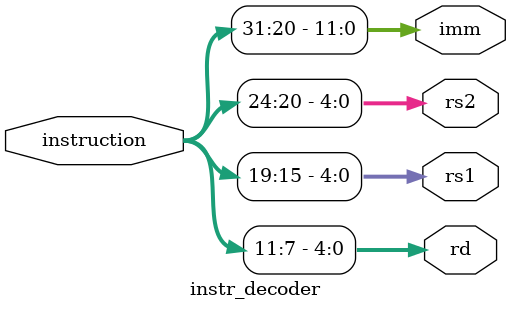
<source format=v>
module PC_ROM(next, current, rst, clk, rd, rs1, rs2, imm, out);
//Define IO
input rst, clk;
output [7:0] current, next;
output [4:0] rd, rs1, rs2;
output [11:0] imm;
output [31:0] out;

wire[7:0] PC; //current addr
wire[7:0] PC4; //looks @ next addr

PC pctest (PC4, PC, rst, clk);
Incr_by_4 addtest (PC, PC4); //looks @ next addr
ROM romtest (PC, out);
instr_decoder decodetest (out, rd, rs1, rs2, imm);

assign current = PC;
assign next = PC4;

endmodule

module PC(in, out, rst, clk);
input [7:0] in;
input rst, clk;
output reg [7:0] out; 
always @(posedge clk) begin
	if (rst)
	out = 8'b00000000;
	else 
	out = in; // can make a +4 counter module instead (out = in)
end
endmodule 

module Incr_by_4(in, out);
input [7:0] in;
output [7:0] out;
assign out = in + 8'b00000100;
endmodule 

module ROM(Addr, instr);
input[7:0] Addr;
output reg [31:0] instr;
	always @ (Addr) begin
		case (Addr)
		8'h0:  instr = 32'h00000000;
		8'h4:  instr = 32'h00450693;
		8'h8:  instr = 32'h00100713;
		8'hc:  instr = 32'h00b76463;
		8'h10: instr = 32'h0006a803;
		8'h14: instr = 32'h00008067;
		8'h18: instr = 32'h00068613;
		8'h1c: instr = 32'h00070793;
		8'h20: instr = 32'hffc62883;
		8'h24: instr = 32'h01185a63;
		8'h28: instr = 32'h01162023;
		8'h2c: instr = 32'hfff78793;
		8'h30: instr = 32'hffc60613;
		8'h34: instr = 32'hfe0796e3;
		8'h38: instr = 32'h00279793;
		8'h3c: instr = 32'h00f50763;
		8'h40: instr = 32'h0107a023;
		8'h44: instr = 32'h00170713;
		8'h48: instr = 32'h00468693;
		8'h4c: instr = 32'hfc1ff06f;
		endcase
	end
endmodule

module instr_decoder(instruction, rd, rs1, rs2, imm);
input [31:0] instruction;
output [4:0] rd, rs1, rs2;
output [11:0] imm;
assign rd = instruction[11:7];
assign rs1 = instruction[19:15];
assign rs2 = instruction[24:20];
assign imm = instruction[31:20];
endmodule 

</source>
